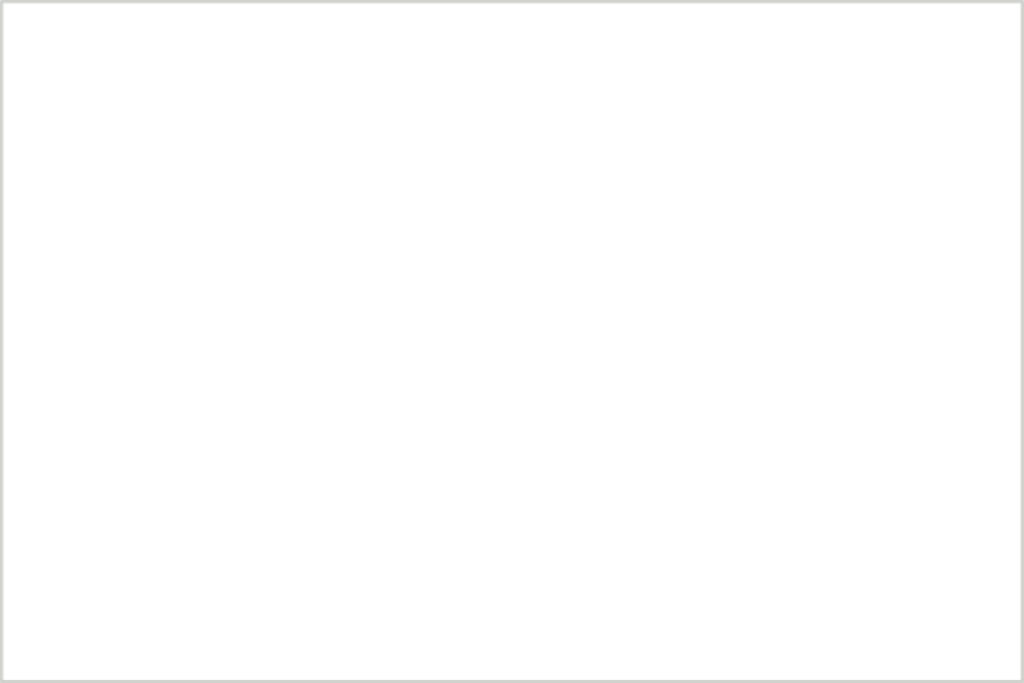
<source format=kicad_pcb>
(kicad_pcb (version 20171130) (host pcbnew 5.1.2-f72e74a~84~ubuntu18.04.1)

  (general
    (thickness 1.6)
    (drawings 4)
    (tracks 0)
    (zones 0)
    (modules 0)
    (nets 1)
  )

  (page A4)
  (layers
    (0 F.Cu signal)
    (31 B.Cu signal)
    (32 B.Adhes user)
    (33 F.Adhes user)
    (34 B.Paste user)
    (35 F.Paste user)
    (36 B.SilkS user)
    (37 F.SilkS user)
    (38 B.Mask user)
    (39 F.Mask user)
    (40 Dwgs.User user)
    (41 Cmts.User user)
    (42 Eco1.User user)
    (43 Eco2.User user)
    (44 Edge.Cuts user)
    (45 Margin user)
    (46 B.CrtYd user)
    (47 F.CrtYd user)
    (48 B.Fab user)
    (49 F.Fab user)
  )

  (setup
    (last_trace_width 0.25)
    (trace_clearance 0.2)
    (zone_clearance 0.508)
    (zone_45_only no)
    (trace_min 0.2)
    (via_size 0.8)
    (via_drill 0.4)
    (via_min_size 0.4)
    (via_min_drill 0.3)
    (uvia_size 0.3)
    (uvia_drill 0.1)
    (uvias_allowed no)
    (uvia_min_size 0.2)
    (uvia_min_drill 0.1)
    (edge_width 0.05)
    (segment_width 0.2)
    (pcb_text_width 0.3)
    (pcb_text_size 1.5 1.5)
    (mod_edge_width 0.12)
    (mod_text_size 1 1)
    (mod_text_width 0.15)
    (pad_size 1.524 1.524)
    (pad_drill 0.762)
    (pad_to_mask_clearance 0.051)
    (solder_mask_min_width 0.25)
    (aux_axis_origin 0 0)
    (visible_elements FFFFFF7F)
    (pcbplotparams
      (layerselection 0x010fc_ffffffff)
      (usegerberextensions false)
      (usegerberattributes false)
      (usegerberadvancedattributes false)
      (creategerberjobfile false)
      (excludeedgelayer true)
      (linewidth 0.100000)
      (plotframeref false)
      (viasonmask false)
      (mode 1)
      (useauxorigin false)
      (hpglpennumber 1)
      (hpglpenspeed 20)
      (hpglpendiameter 15.000000)
      (psnegative false)
      (psa4output false)
      (plotreference true)
      (plotvalue true)
      (plotinvisibletext false)
      (padsonsilk false)
      (subtractmaskfromsilk false)
      (outputformat 1)
      (mirror false)
      (drillshape 1)
      (scaleselection 1)
      (outputdirectory ""))
  )

  (net 0 "")

  (net_class Default "Это класс цепей по умолчанию."
    (clearance 0.2)
    (trace_width 0.25)
    (via_dia 0.8)
    (via_drill 0.4)
    (uvia_dia 0.3)
    (uvia_drill 0.1)
  )

  (gr_line (start 8.9 -9.9) (end 8.9 -29.9) (layer Edge.Cuts) (width 0.1))
  (gr_line (start 8.9 -9.9) (end 38.9 -9.9) (layer Edge.Cuts) (width 0.1))
  (gr_line (start 38.9 -29.9) (end 38.9 -9.9) (layer Edge.Cuts) (width 0.1))
  (gr_line (start 8.9 -29.9) (end 38.9 -29.9) (layer Edge.Cuts) (width 0.1))

)

</source>
